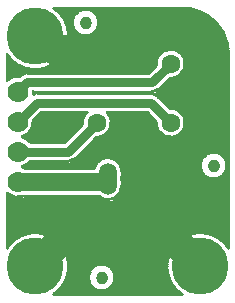
<source format=gtl>
*
*
G04 PADS 9.5 Build Number: 522968 generated Gerber (RS-274-X) file*
G04 PC Version=2.1*
*
%IN "PSDR_Encoder.pcb"*%
*
%MOIN*%
*
%FSLAX35Y35*%
*
*
*
*
G04 PC Standard Apertures*
*
*
G04 Thermal Relief Aperture macro.*
%AMTER*
1,1,$1,0,0*
1,0,$1-$2,0,0*
21,0,$3,$4,0,0,45*
21,0,$3,$4,0,0,135*
%
*
*
G04 Annular Aperture macro.*
%AMANN*
1,1,$1,0,0*
1,0,$2,0,0*
%
*
*
G04 Odd Aperture macro.*
%AMODD*
1,1,$1,0,0*
1,0,$1-0.005,0,0*
%
*
*
G04 PC Custom Aperture Macros*
*
*
*
*
*
*
G04 PC Aperture Table*
*
%ADD010C,0.001*%
%ADD016C,0.06*%
%ADD029C,0.1*%
%ADD035C,0.03*%
%ADD048C,0.07*%
%ADD094C,0.00394*%
%ADD147C,0.01*%
%ADD148O,0.05906X0.1063*%
%ADD149C,0.19*%
%ADD150C,0.063*%
%ADD151C,0.032*%
*
*
*
*
G04 PC Circuitry*
G04 Layer Name PSDR_Encoder.pcb - circuitry*
%LPD*%
*
*
G04 PC Custom Flashes*
G04 Layer Name PSDR_Encoder.pcb - flashes*
%LPD*%
*
*
G04 PC Circuitry*
G04 Layer Name PSDR_Encoder.pcb - circuitry*
%LPD*%
*
G54D10*
G54D16*
G01X125424Y130000D02*
X139000D01*
X143870Y134870*
X143937Y134937*
Y141000*
X143870Y134870D02*
X150870Y127870D01*
X106000Y140000D02*
X135063D01*
X136063Y141000*
X106000Y130000D02*
X124000D01*
X143937Y141000D02*
Y146000D01*
X147937Y150000*
X161000*
X168000Y157000*
Y169500*
X127868Y183868D02*
X132394Y179343D01*
X144051Y191000*
X160000*
X168000Y183000*
Y169500*
X157000*
G54D29*
X111811Y111811D02*
X124000Y124000D01*
X151000Y127740D02*
X166929Y111811D01*
X111811Y188583D02*
X113811D01*
X118394Y184000*
X127736*
G54D35*
X125424Y130000D02*
X124000D01*
Y124000*
X150870Y127870D02*
X151000Y127740D01*
X127736Y184000D02*
X127868Y183868D01*
X106000Y150000D02*
X122736D01*
X132394Y159657*
X106000Y170000D02*
X109200Y173200D01*
X150857*
X157000Y179343*
X106000Y160000D02*
X112329Y166329D01*
X150329*
X157000Y159657*
G54D48*
X106000Y160000D03*
Y170000D03*
Y150000D03*
Y130000D03*
Y140000D03*
G54D94*
X133971Y108096D03*
X128571Y193096D03*
X171271Y145396D03*
G54D147*
X135469Y108100D02*
X135440Y108386D01*
X135357Y108662*
X135221Y108916*
X135038Y109138*
X134816Y109321*
X134562Y109457*
X134286Y109540*
X134000Y109569*
X133714Y109540*
X133438Y109457*
X133184Y109321*
X132962Y109138*
X132779Y108916*
X132643Y108662*
X132560Y108386*
X132531Y108100*
X132560Y107814*
X132643Y107538*
X132779Y107284*
X132962Y107062*
X133184Y106879*
X133438Y106743*
X133714Y106660*
X134000Y106631*
X134286Y106660*
X134562Y106743*
X134816Y106879*
X135038Y107062*
X135221Y107284*
X135357Y107538*
X135440Y107814*
X135469Y108100*
X133000Y107030D02*
Y109170D01*
X133500Y106724D02*
Y109476D01*
X134000Y106631D02*
Y109569D01*
X134500Y106724D02*
Y109476D01*
X135000Y107030D02*
Y109170D01*
X130069Y193100D02*
X130040Y193386D01*
X129957Y193662*
X129821Y193916*
X129638Y194138*
X129416Y194321*
X129162Y194457*
X128886Y194540*
X128600Y194569*
X128314Y194540*
X128038Y194457*
X127784Y194321*
X127562Y194138*
X127379Y193916*
X127243Y193662*
X127160Y193386*
X127131Y193100*
X127160Y192814*
X127243Y192538*
X127379Y192284*
X127562Y192062*
X127784Y191879*
X128038Y191743*
X128314Y191660*
X128600Y191631*
X128886Y191660*
X129162Y191743*
X129416Y191879*
X129638Y192062*
X129821Y192284*
X129957Y192538*
X130040Y192814*
X130069Y193100*
X127600Y192030D02*
Y194170D01*
X128100Y191724D02*
Y194476D01*
X128600Y191631D02*
Y194569D01*
X129100Y191724D02*
Y194476D01*
X129600Y192030D02*
Y194170D01*
X172769Y145400D02*
X172740Y145686D01*
X172657Y145962*
X172521Y146216*
X172338Y146438*
X172116Y146621*
X171862Y146757*
X171586Y146840*
X171300Y146869*
X171014Y146840*
X170738Y146757*
X170484Y146621*
X170262Y146438*
X170079Y146216*
X169943Y145962*
X169860Y145686*
X169831Y145400*
X169860Y145114*
X169943Y144838*
X170079Y144584*
X170262Y144362*
X170484Y144179*
X170738Y144043*
X171014Y143960*
X171300Y143931*
X171586Y143960*
X171862Y144043*
X172116Y144179*
X172338Y144362*
X172521Y144584*
X172657Y144838*
X172740Y145114*
X172769Y145400*
X170300Y144330D02*
Y146470D01*
X170800Y144024D02*
Y146776D01*
X171300Y143931D02*
Y146869D01*
X171800Y144024D02*
Y146776D01*
X172300Y144330D02*
Y146470D01*
X175737Y145400D02*
G75*
G03X175737I-4437J0D01*
G01X138437Y108100D02*
G03X138437I-4437J0D01*
G01X133037Y193100D02*
G03X133037I-4437J0D01*
G01X176250Y118021D02*
Y182649D01*
G03X160999Y197900I-15258J-7*
G01X118027*
X102500Y182358D02*
G03X118027Y197900I9311J6225D01*
G01X102500Y182358D02*
Y173846D01*
X106636Y175161D02*
G03X102500Y173846I-636J-5161D01*
G01X106636Y175161D02*
X106937Y175463D01*
X109200Y176400D02*
G03X106937Y175463I0J-3200D01*
G01X109200Y176400D02*
X149532D01*
X152160Y179028*
X156686Y174503D02*
G03X152160Y179028I314J4840D01*
G01X156686Y174503D02*
X153120Y170937D01*
X150857Y170000D02*
G03X153120Y170937I0J3200D01*
G01X150857Y170000D02*
X111200D01*
X111153Y169305D02*
G03X111200Y170000I-5153J695D01*
G01X112329Y169529D02*
G03X111153Y169305I-0J-3200D01*
G01X112329Y169529D02*
X150329D01*
X152591Y168591D02*
G03X150329Y169529I-2262J-2262D01*
G01X152591Y168591D02*
X156686Y164497D01*
X152160Y159972D02*
G03X156686Y164497I4840J-315D01*
G01X152160Y159972D02*
X149003Y163129D01*
X135781*
X132079Y154818D02*
G03X135781Y163129I315J4839D01*
G01X132079Y154818D02*
X124999Y147737D01*
X122736Y146800D02*
G03X124999Y147737I0J3200D01*
G01X122736Y146800D02*
X110099D01*
X107428Y145000D02*
G03X110099Y146800I-1428J5000D01*
G01X108225Y144700D02*
G03X107428Y145000I-2225J-4700D01*
G01X108225Y144700D02*
X131607D01*
X140716Y143362D02*
G03X131607Y144700I-4653J0D01*
G01X140716Y143362D02*
Y141665D01*
Y140335D02*
G03Y141665I-4653J665D01*
G01Y140335D02*
Y138638D01*
X132821Y135300D02*
G03X140716Y138638I3242J3338D01*
G01X132821Y135300D02*
X108225D01*
X102500Y136154D02*
G03X108225Y135300I3500J3846D01*
G01X102500Y136154D02*
Y118036D01*
X118036Y102500D02*
G03X102500Y118036I-6225J9311D01*
G01X118036Y102500D02*
X160704D01*
X176250Y118021D02*
G03X160704Y102500I-9321J-6210D01*
G01X129006Y163129D02*
G03X127554Y159343I3388J-3472D01*
G01X129006Y163129D02*
X113654D01*
X111161Y160636*
X107428Y155000D02*
G03X111161Y160636I-1428J5000D01*
G01X110099Y153200D02*
G03X107428Y155000I-4099J-3200D01*
G01X110099Y153200D02*
X121411D01*
X127554Y159343*
X175737Y145400D02*
G03X175737I-4437J0D01*
G01X138437Y108100D02*
G03X138437I-4437J0D01*
G01X133037Y193100D02*
G03X133037I-4437J0D01*
G01X113624Y163099D02*
X128976D01*
X112724Y162199D02*
X128263D01*
X111824Y161299D02*
X127830D01*
X111185Y160399D02*
X127601D01*
X111176Y159499D02*
X127546D01*
X111008Y158599D02*
X126809D01*
X110663Y157699D02*
X125909D01*
X110098Y156799D02*
X125009D01*
X109197Y155899D02*
X124109D01*
X107433Y154999D02*
X123209D01*
X109200Y154099D02*
X122309D01*
X161058Y181999D02*
X176250D01*
X161521Y181099D02*
X176250D01*
X161774Y180199D02*
X176250D01*
X161850Y179299D02*
X176250D01*
X161757Y178399D02*
X176250D01*
X161486Y177499D02*
X176250D01*
X160999Y176599D02*
X176250D01*
X160201Y175699D02*
X176250D01*
X158696Y174799D02*
X176250D01*
X156082Y173899D02*
X176250D01*
X155182Y172999D02*
X176250D01*
X154282Y172099D02*
X176250D01*
X153382Y171199D02*
X176250D01*
X152207Y170299D02*
X176250D01*
X151232Y169399D02*
X176250D01*
X152684Y168499D02*
X176250D01*
X153584Y167599D02*
X176250D01*
X154484Y166699D02*
X176250D01*
X155384Y165799D02*
X176250D01*
X156284Y164899D02*
X176250D01*
X159163Y163999D02*
X176250D01*
X160418Y163099D02*
X176250D01*
X161131Y162199D02*
X176250D01*
X161564Y161299D02*
X176250D01*
X161793Y160399D02*
X176250D01*
X161847Y159499D02*
X176250D01*
X161733Y158599D02*
X176250D01*
X161437Y157699D02*
X176250D01*
X160918Y156799D02*
X176250D01*
X160065Y155899D02*
X176250D01*
X158348Y154999D02*
X176250D01*
X131360Y154099D02*
X176250D01*
X130460Y153199D02*
X176250D01*
X129560Y152299D02*
X176250D01*
X128660Y151399D02*
X176250D01*
X127760Y150499D02*
X176250D01*
X172735Y149599D02*
X176250D01*
X174267Y148699D02*
X176250D01*
X175033Y147799D02*
X176250D01*
X175476Y146899D02*
X176250D01*
X175696Y145999D02*
X176250D01*
X175727Y145099D02*
X176250D01*
X175571Y144199D02*
X176250D01*
X175208Y143299D02*
X176250D01*
X174568Y142399D02*
X176250D01*
X173414Y141499D02*
X176250D01*
X140746Y140599D02*
X176250D01*
X140716Y139699D02*
X176250D01*
X140716Y138799D02*
X176250D01*
X140657Y137899D02*
X176250D01*
X140417Y136999D02*
X176250D01*
X139962Y136099D02*
X176250D01*
X139197Y135199D02*
X176250D01*
X137742Y134299D02*
X176250D01*
X102500Y133399D02*
X176250D01*
X102500Y132499D02*
X176250D01*
X102500Y131599D02*
X176250D01*
X102500Y130699D02*
X176250D01*
X102500Y129799D02*
X176250D01*
X102500Y128899D02*
X176250D01*
X102500Y127999D02*
X176250D01*
X102500Y127099D02*
X176250D01*
X102500Y126199D02*
X176250D01*
X102500Y125299D02*
X176250D01*
X102500Y124399D02*
X176250D01*
X102500Y123499D02*
X176250D01*
X169940Y122599D02*
X176250D01*
X172190Y121699D02*
X176250D01*
X173612Y120799D02*
X176250D01*
X174677Y119899D02*
X176250D01*
X175518Y118999D02*
X176250D01*
X176198Y118099D02*
X176250D01*
X160298Y182899D02*
X176248D01*
X158914Y183799D02*
X176206D01*
X122316Y184699D02*
X176111D01*
X122606Y185599D02*
X175961D01*
X122815Y186499D02*
X175755D01*
X122948Y187399D02*
X175490D01*
X123007Y188299D02*
X175163D01*
X130714Y189199D02*
X174770D01*
X131868Y190099D02*
X174304D01*
X132508Y190999D02*
X173758D01*
X132871Y191899D02*
X173122D01*
X133027Y192799D02*
X172379D01*
X132996Y193699D02*
X171507D01*
X132776Y194599D02*
X170471D01*
X126860Y149599D02*
X169865D01*
X132333Y195499D02*
X169209D01*
X140736Y141499D02*
X169186D01*
X125960Y148699D02*
X168333D01*
X140716Y142399D02*
X168032D01*
X131567Y196399D02*
X167592D01*
X137465Y147799D02*
X167567D01*
X140716Y143299D02*
X167392D01*
X139087Y146899D02*
X167124D01*
X140640Y144199D02*
X167029D01*
X139897Y145999D02*
X166904D01*
X140380Y145099D02*
X166873D01*
X130035Y197299D02*
X165234D01*
X114822Y122599D02*
X163918D01*
X117072Y121699D02*
X161668D01*
X118461Y102799D02*
X160279D01*
X118494Y120799D02*
X160246D01*
X134562Y103699D02*
X159207D01*
X119559Y119899D02*
X159181D01*
X136725Y104599D02*
X158360D01*
X120400Y118999D02*
X158340D01*
X137594Y105499D02*
X157677D01*
X121080Y118099D02*
X157660D01*
X138098Y106399D02*
X157124D01*
X121630Y117199D02*
X157110D01*
X138364Y107299D02*
X156678D01*
X122073Y116299D02*
X156667D01*
X138436Y108199D02*
X156328D01*
X122421Y115399D02*
X156319D01*
X138323Y109099D02*
X156062D01*
X122684Y114499D02*
X156056D01*
X138010Y109999D02*
X155877D01*
X122867Y113599D02*
X155873D01*
X137443Y110899D02*
X155766D01*
X122976Y112699D02*
X155764D01*
X136451Y111799D02*
X155729D01*
X133742Y154999D02*
X155652D01*
X121938Y183799D02*
X155086D01*
X135459Y155899D02*
X153935D01*
X121461Y182899D02*
X153702D01*
X136312Y156799D02*
X153082D01*
X120871Y181999D02*
X152942D01*
X136831Y157699D02*
X152563D01*
X120143Y181099D02*
X152479D01*
X137127Y158599D02*
X152267D01*
X119237Y180199D02*
X152226D01*
X137241Y159499D02*
X152153D01*
X118075Y179299D02*
X152150D01*
X137187Y160399D02*
X151733D01*
X116471Y178399D02*
X151531D01*
X136958Y161299D02*
X150833D01*
X113417Y177499D02*
X150631D01*
X136525Y162199D02*
X149933D01*
X102500Y176599D02*
X149731D01*
X135811Y163099D02*
X149033D01*
X125060Y147799D02*
X134661D01*
X102500Y134299D02*
X134384D01*
X119533Y103699D02*
X133438D01*
X123525Y146899D02*
X133039D01*
X107997Y135199D02*
X132929D01*
X109321Y145999D02*
X132229D01*
X107737Y145099D02*
X131746D01*
X123011Y111799D02*
X131549D01*
X120380Y104599D02*
X131275D01*
X122974Y110899D02*
X130557D01*
X121063Y105499D02*
X130406D01*
X122863Y109999D02*
X129990D01*
X121616Y106399D02*
X129902D01*
X122678Y109099D02*
X129677D01*
X122062Y107299D02*
X129636D01*
X122412Y108199D02*
X129564D01*
X118845Y197299D02*
X127165D01*
X122994Y189199D02*
X126486D01*
X119833Y196399D02*
X125633D01*
X122908Y190099D02*
X125332D01*
X120621Y195499D02*
X124867D01*
X122747Y190999D02*
X124692D01*
X121258Y194599D02*
X124424D01*
X122509Y191899D02*
X124329D01*
X121774Y193699D02*
X124204D01*
X122187Y192799D02*
X124173D01*
X111165Y169399D02*
X111426D01*
X102500Y177499D02*
X110205D01*
X102500Y122599D02*
X108800D01*
X102500Y175699D02*
X107201D01*
X102500Y178399D02*
X107151D01*
X102500Y121699D02*
X106550D01*
X102500Y179299D02*
X105547D01*
X102500Y120799D02*
X105128D01*
X102500Y180199D02*
X104385D01*
X102500Y119899D02*
X104063D01*
X102500Y135199D02*
X104003D01*
X102500Y174799D02*
X103997D01*
X102500Y181099D02*
X103479D01*
X102500Y118999D02*
X103222D01*
X102500Y181999D02*
X102751D01*
X102500Y136099D02*
X102562D01*
X102500Y173899D02*
X102559D01*
X102500Y118099D02*
X102542D01*
G54D148*
X136063Y141000D03*
X143937D03*
G54D149*
X111811Y188583D03*
Y111811D03*
X166929D03*
G54D150*
X157000Y159657D03*
Y179343D03*
Y169500D03*
X132394Y159657D03*
Y179343D03*
G54D151*
X145000Y112000D03*
X137000Y125000D03*
X129000Y118000D03*
X123000Y127000D03*
X169000Y130000D03*
X154000Y138000D03*
Y125000D03*
X160000Y147000D03*
X140000Y192000D03*
X143000Y155000D03*
X144000Y181000D03*
X119000Y158000D03*
X170000Y161000D03*
X169000Y183000D03*
X154000Y193000D03*
G74*
X0Y0D02*
M02*

</source>
